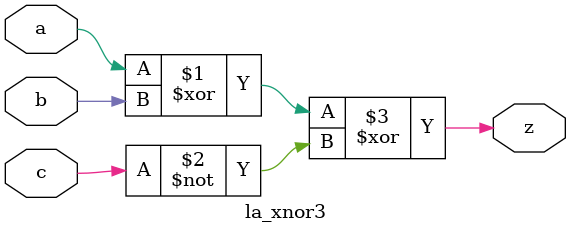
<source format=v>
module la_xnor3(	// file.cleaned.mlir:2:3
  input  a,	// file.cleaned.mlir:2:26
         b,	// file.cleaned.mlir:2:38
         c,	// file.cleaned.mlir:2:50
  output z	// file.cleaned.mlir:2:63
);

  assign z = a ^ b ^ ~c;	// file.cleaned.mlir:4:10, :5:5
endmodule


</source>
